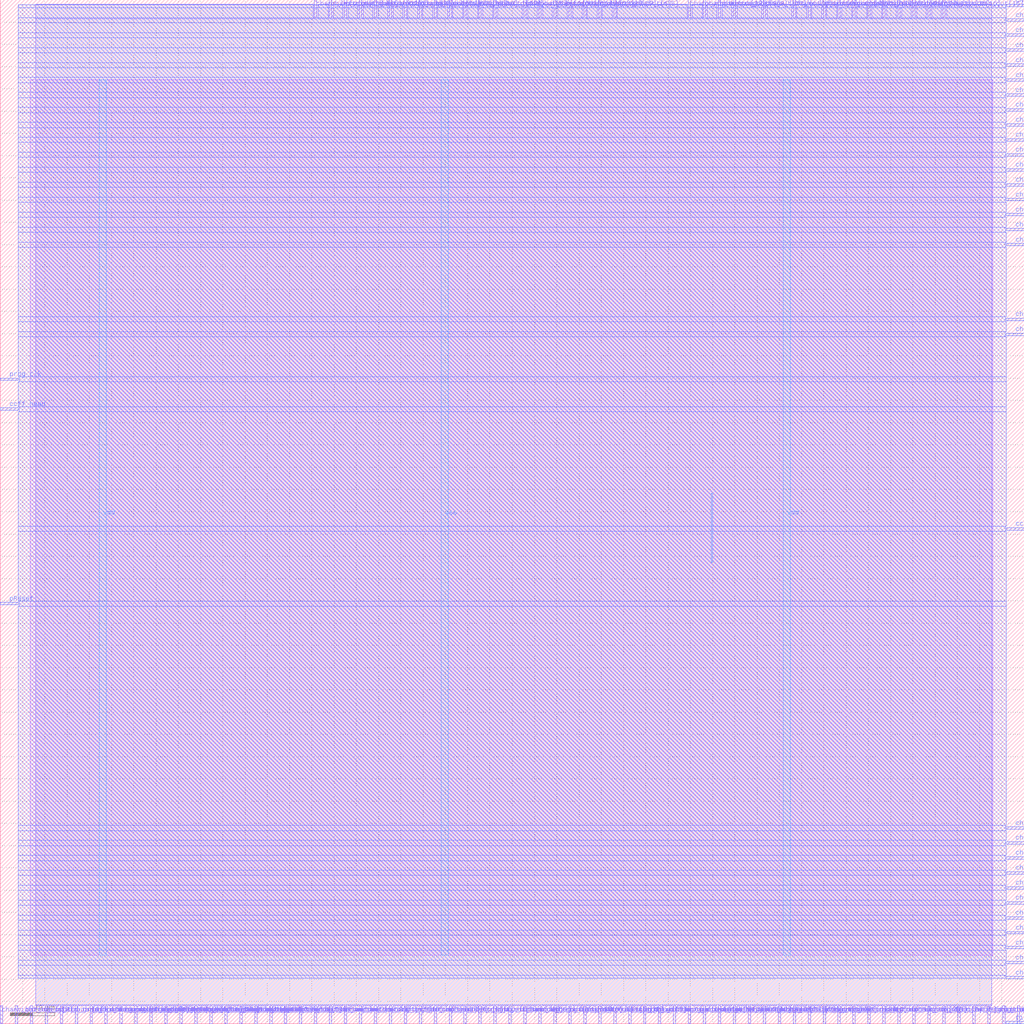
<source format=lef>
VERSION 5.7 ;
  NOWIREEXTENSIONATPIN ON ;
  DIVIDERCHAR "/" ;
  BUSBITCHARS "[]" ;
MACRO sb_1__2_
  CLASS BLOCK ;
  FOREIGN sb_1__2_ ;
  ORIGIN 0.000 0.000 ;
  SIZE 230.000 BY 230.000 ;
  PIN bottom_left_grid_right_width_0_height_0_subtile_0__pin_O_1_
    DIRECTION INPUT ;
    USE SIGNAL ;
    PORT
      LAYER Metal2 ;
        RECT 225.120 0.000 225.680 4.000 ;
    END
  END bottom_left_grid_right_width_0_height_0_subtile_0__pin_O_1_
  PIN bottom_left_grid_right_width_0_height_0_subtile_0__pin_O_5_
    DIRECTION INPUT ;
    USE SIGNAL ;
    PORT
      LAYER Metal2 ;
        RECT 215.040 0.000 215.600 4.000 ;
    END
  END bottom_left_grid_right_width_0_height_0_subtile_0__pin_O_5_
  PIN bottom_right_grid_left_width_0_height_0_subtile_0__pin_O_3_
    DIRECTION INPUT ;
    USE SIGNAL ;
    PORT
      LAYER Metal2 ;
        RECT 16.800 0.000 17.360 4.000 ;
    END
  END bottom_right_grid_left_width_0_height_0_subtile_0__pin_O_3_
  PIN bottom_right_grid_left_width_0_height_0_subtile_0__pin_O_7_
    DIRECTION INPUT ;
    USE SIGNAL ;
    PORT
      LAYER Metal2 ;
        RECT 23.520 0.000 24.080 4.000 ;
    END
  END bottom_right_grid_left_width_0_height_0_subtile_0__pin_O_7_
  PIN ccff_head
    DIRECTION INPUT ;
    USE SIGNAL ;
    ANTENNAGATEAREA 0.741000 ;
    ANTENNADIFFAREA 0.410400 ;
    PORT
      LAYER Metal3 ;
        RECT 0.000 137.760 4.000 138.320 ;
    END
  END ccff_head
  PIN ccff_tail
    DIRECTION OUTPUT TRISTATE ;
    USE SIGNAL ;
    ANTENNADIFFAREA 2.080400 ;
    PORT
      LAYER Metal3 ;
        RECT 226.000 110.880 230.000 111.440 ;
    END
  END ccff_tail
  PIN chanx_left_in[0]
    DIRECTION INPUT ;
    USE SIGNAL ;
    ANTENNAGATEAREA 0.741000 ;
    ANTENNADIFFAREA 0.410400 ;
    PORT
      LAYER Metal3 ;
        RECT 226.000 10.080 230.000 10.640 ;
    END
  END chanx_left_in[0]
  PIN chanx_left_in[10]
    DIRECTION INPUT ;
    USE SIGNAL ;
    ANTENNAGATEAREA 0.741000 ;
    ANTENNADIFFAREA 0.410400 ;
    PORT
      LAYER Metal2 ;
        RECT 70.560 226.000 71.120 230.000 ;
    END
  END chanx_left_in[10]
  PIN chanx_left_in[11]
    DIRECTION INPUT ;
    USE SIGNAL ;
    PORT
      LAYER Metal2 ;
        RECT 26.880 0.000 27.440 4.000 ;
    END
  END chanx_left_in[11]
  PIN chanx_left_in[12]
    DIRECTION INPUT ;
    USE SIGNAL ;
    ANTENNAGATEAREA 0.741000 ;
    ANTENNADIFFAREA 0.410400 ;
    PORT
      LAYER Metal3 ;
        RECT 226.000 13.440 230.000 14.000 ;
    END
  END chanx_left_in[12]
  PIN chanx_left_in[13]
    DIRECTION INPUT ;
    USE SIGNAL ;
    ANTENNAGATEAREA 0.741000 ;
    ANTENNADIFFAREA 0.410400 ;
    PORT
      LAYER Metal2 ;
        RECT 124.320 0.000 124.880 4.000 ;
    END
  END chanx_left_in[13]
  PIN chanx_left_in[14]
    DIRECTION INPUT ;
    USE SIGNAL ;
    ANTENNAGATEAREA 0.741000 ;
    ANTENNADIFFAREA 0.410400 ;
    PORT
      LAYER Metal2 ;
        RECT 188.160 0.000 188.720 4.000 ;
    END
  END chanx_left_in[14]
  PIN chanx_left_in[15]
    DIRECTION INPUT ;
    USE SIGNAL ;
    PORT
      LAYER Metal2 ;
        RECT 63.840 0.000 64.400 4.000 ;
    END
  END chanx_left_in[15]
  PIN chanx_left_in[16]
    DIRECTION INPUT ;
    USE SIGNAL ;
    ANTENNAGATEAREA 0.741000 ;
    ANTENNADIFFAREA 0.410400 ;
    PORT
      LAYER Metal2 ;
        RECT 100.800 226.000 101.360 230.000 ;
    END
  END chanx_left_in[16]
  PIN chanx_left_in[17]
    DIRECTION INPUT ;
    USE SIGNAL ;
    ANTENNAGATEAREA 0.741000 ;
    ANTENNADIFFAREA 0.410400 ;
    PORT
      LAYER Metal2 ;
        RECT 164.640 0.000 165.200 4.000 ;
    END
  END chanx_left_in[17]
  PIN chanx_left_in[18]
    DIRECTION INPUT ;
    USE SIGNAL ;
    ANTENNAGATEAREA 0.741000 ;
    ANTENNADIFFAREA 0.410400 ;
    PORT
      LAYER Metal2 ;
        RECT 154.560 0.000 155.120 4.000 ;
    END
  END chanx_left_in[18]
  PIN chanx_left_in[19]
    DIRECTION INPUT ;
    USE SIGNAL ;
    PORT
      LAYER Metal2 ;
        RECT 84.000 0.000 84.560 4.000 ;
    END
  END chanx_left_in[19]
  PIN chanx_left_in[1]
    DIRECTION INPUT ;
    USE SIGNAL ;
    ANTENNAGATEAREA 0.741000 ;
    ANTENNADIFFAREA 0.410400 ;
    PORT
      LAYER Metal2 ;
        RECT 100.800 0.000 101.360 4.000 ;
    END
  END chanx_left_in[1]
  PIN chanx_left_in[2]
    DIRECTION INPUT ;
    USE SIGNAL ;
    ANTENNAGATEAREA 0.741000 ;
    ANTENNADIFFAREA 0.410400 ;
    PORT
      LAYER Metal2 ;
        RECT 134.400 0.000 134.960 4.000 ;
    END
  END chanx_left_in[2]
  PIN chanx_left_in[3]
    DIRECTION INPUT ;
    USE SIGNAL ;
    ANTENNAGATEAREA 0.741000 ;
    ANTENNADIFFAREA 0.410400 ;
    PORT
      LAYER Metal3 ;
        RECT 226.000 43.680 230.000 44.240 ;
    END
  END chanx_left_in[3]
  PIN chanx_left_in[4]
    DIRECTION INPUT ;
    USE SIGNAL ;
    ANTENNAGATEAREA 0.741000 ;
    ANTENNADIFFAREA 0.410400 ;
    PORT
      LAYER Metal2 ;
        RECT 107.520 226.000 108.080 230.000 ;
    END
  END chanx_left_in[4]
  PIN chanx_left_in[5]
    DIRECTION INPUT ;
    USE SIGNAL ;
    ANTENNAGATEAREA 0.741000 ;
    ANTENNADIFFAREA 0.410400 ;
    PORT
      LAYER Metal2 ;
        RECT 137.760 226.000 138.320 230.000 ;
    END
  END chanx_left_in[5]
  PIN chanx_left_in[6]
    DIRECTION INPUT ;
    USE SIGNAL ;
    ANTENNAGATEAREA 0.741000 ;
    ANTENNADIFFAREA 0.410400 ;
    PORT
      LAYER Metal2 ;
        RECT 174.720 0.000 175.280 4.000 ;
    END
  END chanx_left_in[6]
  PIN chanx_left_in[7]
    DIRECTION INPUT ;
    USE SIGNAL ;
    PORT
      LAYER Metal2 ;
        RECT 151.200 0.000 151.760 4.000 ;
    END
  END chanx_left_in[7]
  PIN chanx_left_in[8]
    DIRECTION INPUT ;
    USE SIGNAL ;
    ANTENNAGATEAREA 0.741000 ;
    ANTENNADIFFAREA 0.410400 ;
    PORT
      LAYER Metal2 ;
        RECT 178.080 226.000 178.640 230.000 ;
    END
  END chanx_left_in[8]
  PIN chanx_left_in[9]
    DIRECTION INPUT ;
    USE SIGNAL ;
    ANTENNAGATEAREA 0.741000 ;
    ANTENNADIFFAREA 0.410400 ;
    PORT
      LAYER Metal2 ;
        RECT 87.360 226.000 87.920 230.000 ;
    END
  END chanx_left_in[9]
  PIN chanx_left_out[0]
    DIRECTION OUTPUT TRISTATE ;
    USE SIGNAL ;
    ANTENNADIFFAREA 0.360800 ;
    PORT
      LAYER Metal3 ;
        RECT 226.000 174.720 230.000 175.280 ;
    END
  END chanx_left_out[0]
  PIN chanx_left_out[10]
    DIRECTION OUTPUT TRISTATE ;
    USE SIGNAL ;
    ANTENNADIFFAREA 2.080400 ;
    PORT
      LAYER Metal2 ;
        RECT 164.640 226.000 165.200 230.000 ;
    END
  END chanx_left_out[10]
  PIN chanx_left_out[11]
    DIRECTION OUTPUT TRISTATE ;
    USE SIGNAL ;
    ANTENNADIFFAREA 2.080400 ;
    PORT
      LAYER Metal2 ;
        RECT 120.960 226.000 121.520 230.000 ;
    END
  END chanx_left_out[11]
  PIN chanx_left_out[12]
    DIRECTION OUTPUT TRISTATE ;
    USE SIGNAL ;
    ANTENNADIFFAREA 0.360800 ;
    PORT
      LAYER Metal2 ;
        RECT 161.280 0.000 161.840 4.000 ;
    END
  END chanx_left_out[12]
  PIN chanx_left_out[13]
    DIRECTION OUTPUT TRISTATE ;
    USE SIGNAL ;
    ANTENNADIFFAREA 2.080400 ;
    PORT
      LAYER Metal2 ;
        RECT 97.440 226.000 98.000 230.000 ;
    END
  END chanx_left_out[13]
  PIN chanx_left_out[14]
    DIRECTION OUTPUT TRISTATE ;
    USE SIGNAL ;
    ANTENNADIFFAREA 2.080400 ;
    PORT
      LAYER Metal2 ;
        RECT 117.600 0.000 118.160 4.000 ;
    END
  END chanx_left_out[14]
  PIN chanx_left_out[15]
    DIRECTION OUTPUT TRISTATE ;
    USE SIGNAL ;
    ANTENNADIFFAREA 1.986000 ;
    PORT
      LAYER Metal3 ;
        RECT 226.000 40.320 230.000 40.880 ;
    END
  END chanx_left_out[15]
  PIN chanx_left_out[16]
    DIRECTION OUTPUT TRISTATE ;
    USE SIGNAL ;
    ANTENNADIFFAREA 0.360800 ;
    PORT
      LAYER Metal2 ;
        RECT 208.320 226.000 208.880 230.000 ;
    END
  END chanx_left_out[16]
  PIN chanx_left_out[17]
    DIRECTION OUTPUT TRISTATE ;
    USE SIGNAL ;
    ANTENNADIFFAREA 2.080400 ;
    PORT
      LAYER Metal2 ;
        RECT 198.240 226.000 198.800 230.000 ;
    END
  END chanx_left_out[17]
  PIN chanx_left_out[18]
    DIRECTION OUTPUT TRISTATE ;
    USE SIGNAL ;
    ANTENNADIFFAREA 2.080400 ;
    PORT
      LAYER Metal2 ;
        RECT 191.520 226.000 192.080 230.000 ;
    END
  END chanx_left_out[18]
  PIN chanx_left_out[19]
    DIRECTION OUTPUT TRISTATE ;
    USE SIGNAL ;
    ANTENNADIFFAREA 2.080400 ;
    PORT
      LAYER Metal2 ;
        RECT 131.040 226.000 131.600 230.000 ;
    END
  END chanx_left_out[19]
  PIN chanx_left_out[1]
    DIRECTION OUTPUT TRISTATE ;
    USE SIGNAL ;
    ANTENNADIFFAREA 2.080400 ;
    PORT
      LAYER Metal2 ;
        RECT 80.640 226.000 81.200 230.000 ;
    END
  END chanx_left_out[1]
  PIN chanx_left_out[2]
    DIRECTION OUTPUT TRISTATE ;
    USE SIGNAL ;
    ANTENNADIFFAREA 2.080400 ;
    PORT
      LAYER Metal3 ;
        RECT 226.000 228.480 230.000 229.040 ;
    END
  END chanx_left_out[2]
  PIN chanx_left_out[3]
    DIRECTION OUTPUT TRISTATE ;
    USE SIGNAL ;
    ANTENNADIFFAREA 2.080400 ;
    PORT
      LAYER Metal2 ;
        RECT 94.080 0.000 94.640 4.000 ;
    END
  END chanx_left_out[3]
  PIN chanx_left_out[4]
    DIRECTION OUTPUT TRISTATE ;
    USE SIGNAL ;
    ANTENNADIFFAREA 0.360800 ;
    PORT
      LAYER Metal2 ;
        RECT 171.360 226.000 171.920 230.000 ;
    END
  END chanx_left_out[4]
  PIN chanx_left_out[5]
    DIRECTION OUTPUT TRISTATE ;
    USE SIGNAL ;
    ANTENNADIFFAREA 1.986000 ;
    PORT
      LAYER Metal3 ;
        RECT 226.000 208.320 230.000 208.880 ;
    END
  END chanx_left_out[5]
  PIN chanx_left_out[6]
    DIRECTION OUTPUT TRISTATE ;
    USE SIGNAL ;
    ANTENNADIFFAREA 2.080400 ;
    PORT
      LAYER Metal2 ;
        RECT 178.080 0.000 178.640 4.000 ;
    END
  END chanx_left_out[6]
  PIN chanx_left_out[7]
    DIRECTION OUTPUT TRISTATE ;
    USE SIGNAL ;
    ANTENNADIFFAREA 1.986000 ;
    PORT
      LAYER Metal3 ;
        RECT 226.000 157.920 230.000 158.480 ;
    END
  END chanx_left_out[7]
  PIN chanx_left_out[8]
    DIRECTION OUTPUT TRISTATE ;
    USE SIGNAL ;
    ANTENNADIFFAREA 0.360800 ;
    PORT
      LAYER Metal3 ;
        RECT 226.000 33.600 230.000 34.160 ;
    END
  END chanx_left_out[8]
  PIN chanx_left_out[9]
    DIRECTION OUTPUT TRISTATE ;
    USE SIGNAL ;
    ANTENNADIFFAREA 2.080400 ;
    PORT
      LAYER Metal2 ;
        RECT 208.320 0.000 208.880 4.000 ;
    END
  END chanx_left_out[9]
  PIN chanx_right_in[0]
    DIRECTION INPUT ;
    USE SIGNAL ;
    ANTENNAGATEAREA 0.741000 ;
    ANTENNADIFFAREA 0.410400 ;
    PORT
      LAYER Metal2 ;
        RECT 73.920 226.000 74.480 230.000 ;
    END
  END chanx_right_in[0]
  PIN chanx_right_in[10]
    DIRECTION INPUT ;
    USE SIGNAL ;
    ANTENNAGATEAREA 0.741000 ;
    ANTENNADIFFAREA 0.410400 ;
    PORT
      LAYER Metal2 ;
        RECT 117.600 226.000 118.160 230.000 ;
    END
  END chanx_right_in[10]
  PIN chanx_right_in[11]
    DIRECTION INPUT ;
    USE SIGNAL ;
    ANTENNAGATEAREA 0.741000 ;
    ANTENNADIFFAREA 0.410400 ;
    PORT
      LAYER Metal2 ;
        RECT 201.600 226.000 202.160 230.000 ;
    END
  END chanx_right_in[11]
  PIN chanx_right_in[12]
    DIRECTION INPUT ;
    USE SIGNAL ;
    ANTENNAGATEAREA 0.741000 ;
    ANTENNADIFFAREA 0.410400 ;
    PORT
      LAYER Metal2 ;
        RECT 94.080 226.000 94.640 230.000 ;
    END
  END chanx_right_in[12]
  PIN chanx_right_in[13]
    DIRECTION INPUT ;
    USE SIGNAL ;
    ANTENNAGATEAREA 0.741000 ;
    ANTENNADIFFAREA 0.410400 ;
    PORT
      LAYER Metal2 ;
        RECT 120.960 0.000 121.520 4.000 ;
    END
  END chanx_right_in[13]
  PIN chanx_right_in[14]
    DIRECTION INPUT ;
    USE SIGNAL ;
    ANTENNAGATEAREA 0.741000 ;
    ANTENNADIFFAREA 0.410400 ;
    PORT
      LAYER Metal3 ;
        RECT 226.000 16.800 230.000 17.360 ;
    END
  END chanx_right_in[14]
  PIN chanx_right_in[15]
    DIRECTION INPUT ;
    USE SIGNAL ;
    ANTENNAGATEAREA 0.741000 ;
    ANTENNADIFFAREA 0.410400 ;
    PORT
      LAYER Metal3 ;
        RECT 226.000 204.960 230.000 205.520 ;
    END
  END chanx_right_in[15]
  PIN chanx_right_in[16]
    DIRECTION INPUT ;
    USE SIGNAL ;
    ANTENNAGATEAREA 0.741000 ;
    ANTENNADIFFAREA 0.410400 ;
    PORT
      LAYER Metal2 ;
        RECT 184.800 226.000 185.360 230.000 ;
    END
  END chanx_right_in[16]
  PIN chanx_right_in[17]
    DIRECTION INPUT ;
    USE SIGNAL ;
    ANTENNAGATEAREA 0.741000 ;
    ANTENNADIFFAREA 0.410400 ;
    PORT
      LAYER Metal2 ;
        RECT 188.160 226.000 188.720 230.000 ;
    END
  END chanx_right_in[17]
  PIN chanx_right_in[18]
    DIRECTION INPUT ;
    USE SIGNAL ;
    ANTENNAGATEAREA 0.741000 ;
    ANTENNADIFFAREA 0.410400 ;
    PORT
      LAYER Metal2 ;
        RECT 127.680 226.000 128.240 230.000 ;
    END
  END chanx_right_in[18]
  PIN chanx_right_in[19]
    DIRECTION INPUT ;
    USE SIGNAL ;
    PORT
      LAYER Metal2 ;
        RECT 30.240 0.000 30.800 4.000 ;
    END
  END chanx_right_in[19]
  PIN chanx_right_in[1]
    DIRECTION INPUT ;
    USE SIGNAL ;
    ANTENNAGATEAREA 0.741000 ;
    ANTENNADIFFAREA 0.410400 ;
    PORT
      LAYER Metal3 ;
        RECT 226.000 221.760 230.000 222.320 ;
    END
  END chanx_right_in[1]
  PIN chanx_right_in[2]
    DIRECTION INPUT ;
    USE SIGNAL ;
    ANTENNAGATEAREA 0.741000 ;
    ANTENNADIFFAREA 0.410400 ;
    PORT
      LAYER Metal2 ;
        RECT 97.440 0.000 98.000 4.000 ;
    END
  END chanx_right_in[2]
  PIN chanx_right_in[3]
    DIRECTION INPUT ;
    USE SIGNAL ;
    ANTENNAGATEAREA 0.741000 ;
    ANTENNADIFFAREA 0.410400 ;
    PORT
      LAYER Metal2 ;
        RECT 204.960 0.000 205.520 4.000 ;
    END
  END chanx_right_in[3]
  PIN chanx_right_in[4]
    DIRECTION INPUT ;
    USE SIGNAL ;
    ANTENNAGATEAREA 0.741000 ;
    ANTENNADIFFAREA 0.410400 ;
    PORT
      LAYER Metal3 ;
        RECT 226.000 211.680 230.000 212.240 ;
    END
  END chanx_right_in[4]
  PIN chanx_right_in[5]
    DIRECTION INPUT ;
    USE SIGNAL ;
    ANTENNAGATEAREA 0.741000 ;
    ANTENNADIFFAREA 0.410400 ;
    PORT
      LAYER Metal2 ;
        RECT 181.440 0.000 182.000 4.000 ;
    END
  END chanx_right_in[5]
  PIN chanx_right_in[6]
    DIRECTION INPUT ;
    USE SIGNAL ;
    ANTENNAGATEAREA 0.741000 ;
    ANTENNADIFFAREA 0.410400 ;
    PORT
      LAYER Metal3 ;
        RECT 226.000 154.560 230.000 155.120 ;
    END
  END chanx_right_in[6]
  PIN chanx_right_in[7]
    DIRECTION INPUT ;
    USE SIGNAL ;
    ANTENNAGATEAREA 0.741000 ;
    ANTENNADIFFAREA 0.410400 ;
    PORT
      LAYER Metal3 ;
        RECT 226.000 215.040 230.000 215.600 ;
    END
  END chanx_right_in[7]
  PIN chanx_right_in[8]
    DIRECTION INPUT ;
    USE SIGNAL ;
    ANTENNAGATEAREA 0.741000 ;
    ANTENNADIFFAREA 0.410400 ;
    PORT
      LAYER Metal2 ;
        RECT 201.600 0.000 202.160 4.000 ;
    END
  END chanx_right_in[8]
  PIN chanx_right_in[9]
    DIRECTION INPUT ;
    USE SIGNAL ;
    ANTENNAGATEAREA 0.741000 ;
    ANTENNADIFFAREA 0.410400 ;
    PORT
      LAYER Metal2 ;
        RECT 161.280 226.000 161.840 230.000 ;
    END
  END chanx_right_in[9]
  PIN chanx_right_out[0]
    DIRECTION OUTPUT TRISTATE ;
    USE SIGNAL ;
    ANTENNADIFFAREA 0.360800 ;
    PORT
      LAYER Metal3 ;
        RECT 226.000 184.800 230.000 185.360 ;
    END
  END chanx_right_out[0]
  PIN chanx_right_out[10]
    DIRECTION OUTPUT TRISTATE ;
    USE SIGNAL ;
    ANTENNADIFFAREA 2.080400 ;
    PORT
      LAYER Metal2 ;
        RECT 90.720 226.000 91.280 230.000 ;
    END
  END chanx_right_out[10]
  PIN chanx_right_out[11]
    DIRECTION OUTPUT TRISTATE ;
    USE SIGNAL ;
    ANTENNADIFFAREA 2.080400 ;
    PORT
      LAYER Metal2 ;
        RECT 77.280 226.000 77.840 230.000 ;
    END
  END chanx_right_out[11]
  PIN chanx_right_out[12]
    DIRECTION OUTPUT TRISTATE ;
    USE SIGNAL ;
    ANTENNADIFFAREA 0.360800 ;
    PORT
      LAYER Metal2 ;
        RECT 154.560 226.000 155.120 230.000 ;
    END
  END chanx_right_out[12]
  PIN chanx_right_out[13]
    DIRECTION OUTPUT TRISTATE ;
    USE SIGNAL ;
    ANTENNADIFFAREA 1.986000 ;
    PORT
      LAYER Metal3 ;
        RECT 226.000 26.880 230.000 27.440 ;
    END
  END chanx_right_out[13]
  PIN chanx_right_out[14]
    DIRECTION OUTPUT TRISTATE ;
    USE SIGNAL ;
    ANTENNADIFFAREA 2.080400 ;
    PORT
      LAYER Metal2 ;
        RECT 127.680 0.000 128.240 4.000 ;
    END
  END chanx_right_out[14]
  PIN chanx_right_out[15]
    DIRECTION OUTPUT TRISTATE ;
    USE SIGNAL ;
    ANTENNADIFFAREA 2.080400 ;
    PORT
      LAYER Metal2 ;
        RECT 191.520 0.000 192.080 4.000 ;
    END
  END chanx_right_out[15]
  PIN chanx_right_out[16]
    DIRECTION OUTPUT TRISTATE ;
    USE SIGNAL ;
    ANTENNADIFFAREA 0.360800 ;
    PORT
      LAYER Metal2 ;
        RECT 204.960 226.000 205.520 230.000 ;
    END
  END chanx_right_out[16]
  PIN chanx_right_out[17]
    DIRECTION OUTPUT TRISTATE ;
    USE SIGNAL ;
    ANTENNADIFFAREA 2.080400 ;
    PORT
      LAYER Metal2 ;
        RECT 104.160 226.000 104.720 230.000 ;
    END
  END chanx_right_out[17]
  PIN chanx_right_out[18]
    DIRECTION OUTPUT TRISTATE ;
    USE SIGNAL ;
    ANTENNADIFFAREA 2.080400 ;
    PORT
      LAYER Metal2 ;
        RECT 168.000 0.000 168.560 4.000 ;
    END
  END chanx_right_out[18]
  PIN chanx_right_out[19]
    DIRECTION OUTPUT TRISTATE ;
    USE SIGNAL ;
    ANTENNADIFFAREA 2.080400 ;
    PORT
      LAYER Metal2 ;
        RECT 157.920 0.000 158.480 4.000 ;
    END
  END chanx_right_out[19]
  PIN chanx_right_out[1]
    DIRECTION OUTPUT TRISTATE ;
    USE SIGNAL ;
    ANTENNADIFFAREA 1.986000 ;
    PORT
      LAYER Metal3 ;
        RECT 226.000 36.960 230.000 37.520 ;
    END
  END chanx_right_out[1]
  PIN chanx_right_out[2]
    DIRECTION OUTPUT TRISTATE ;
    USE SIGNAL ;
    ANTENNADIFFAREA 2.080400 ;
    PORT
      LAYER Metal2 ;
        RECT 104.160 0.000 104.720 4.000 ;
    END
  END chanx_right_out[2]
  PIN chanx_right_out[3]
    DIRECTION OUTPUT TRISTATE ;
    USE SIGNAL ;
    ANTENNADIFFAREA 2.080400 ;
    PORT
      LAYER Metal2 ;
        RECT 137.760 0.000 138.320 4.000 ;
    END
  END chanx_right_out[3]
  PIN chanx_right_out[4]
    DIRECTION OUTPUT TRISTATE ;
    USE SIGNAL ;
    ANTENNADIFFAREA 0.360800 ;
    PORT
      LAYER Metal3 ;
        RECT 226.000 20.160 230.000 20.720 ;
    END
  END chanx_right_out[4]
  PIN chanx_right_out[5]
    DIRECTION OUTPUT TRISTATE ;
    USE SIGNAL ;
    ANTENNADIFFAREA 2.080400 ;
    PORT
      LAYER Metal2 ;
        RECT 110.880 226.000 111.440 230.000 ;
    END
  END chanx_right_out[5]
  PIN chanx_right_out[6]
    DIRECTION OUTPUT TRISTATE ;
    USE SIGNAL ;
    ANTENNADIFFAREA 2.080400 ;
    PORT
      LAYER Metal2 ;
        RECT 134.400 226.000 134.960 230.000 ;
    END
  END chanx_right_out[6]
  PIN chanx_right_out[7]
    DIRECTION OUTPUT TRISTATE ;
    USE SIGNAL ;
    ANTENNADIFFAREA 2.080400 ;
    PORT
      LAYER Metal2 ;
        RECT 171.360 0.000 171.920 4.000 ;
    END
  END chanx_right_out[7]
  PIN chanx_right_out[8]
    DIRECTION OUTPUT TRISTATE ;
    USE SIGNAL ;
    ANTENNADIFFAREA 0.360800 ;
    PORT
      LAYER Metal2 ;
        RECT 184.800 0.000 185.360 4.000 ;
    END
  END chanx_right_out[8]
  PIN chanx_right_out[9]
    DIRECTION OUTPUT TRISTATE ;
    USE SIGNAL ;
    ANTENNADIFFAREA 2.080400 ;
    PORT
      LAYER Metal2 ;
        RECT 194.880 226.000 195.440 230.000 ;
    END
  END chanx_right_out[9]
  PIN chany_bottom_in[0]
    DIRECTION INPUT ;
    USE SIGNAL ;
    PORT
      LAYER Metal2 ;
        RECT 33.600 0.000 34.160 4.000 ;
    END
  END chany_bottom_in[0]
  PIN chany_bottom_in[10]
    DIRECTION INPUT ;
    USE SIGNAL ;
    PORT
      LAYER Metal2 ;
        RECT 47.040 0.000 47.600 4.000 ;
    END
  END chany_bottom_in[10]
  PIN chany_bottom_in[11]
    DIRECTION INPUT ;
    USE SIGNAL ;
    PORT
      LAYER Metal2 ;
        RECT 36.960 0.000 37.520 4.000 ;
    END
  END chany_bottom_in[11]
  PIN chany_bottom_in[12]
    DIRECTION INPUT ;
    USE SIGNAL ;
    PORT
      LAYER Metal2 ;
        RECT 40.320 0.000 40.880 4.000 ;
    END
  END chany_bottom_in[12]
  PIN chany_bottom_in[13]
    DIRECTION INPUT ;
    USE SIGNAL ;
    PORT
      LAYER Metal2 ;
        RECT 43.680 0.000 44.240 4.000 ;
    END
  END chany_bottom_in[13]
  PIN chany_bottom_in[14]
    DIRECTION INPUT ;
    USE SIGNAL ;
    PORT
      LAYER Metal2 ;
        RECT 60.480 0.000 61.040 4.000 ;
    END
  END chany_bottom_in[14]
  PIN chany_bottom_in[15]
    DIRECTION INPUT ;
    USE SIGNAL ;
    PORT
      LAYER Metal2 ;
        RECT 50.400 0.000 50.960 4.000 ;
    END
  END chany_bottom_in[15]
  PIN chany_bottom_in[16]
    DIRECTION INPUT ;
    USE SIGNAL ;
    PORT
      LAYER Metal2 ;
        RECT 53.760 0.000 54.320 4.000 ;
    END
  END chany_bottom_in[16]
  PIN chany_bottom_in[17]
    DIRECTION INPUT ;
    USE SIGNAL ;
    PORT
      LAYER Metal2 ;
        RECT 57.120 0.000 57.680 4.000 ;
    END
  END chany_bottom_in[17]
  PIN chany_bottom_in[18]
    DIRECTION INPUT ;
    USE SIGNAL ;
    PORT
      LAYER Metal2 ;
        RECT 73.920 0.000 74.480 4.000 ;
    END
  END chany_bottom_in[18]
  PIN chany_bottom_in[19]
    DIRECTION INPUT ;
    USE SIGNAL ;
    PORT
      LAYER Metal2 ;
        RECT 110.880 0.000 111.440 4.000 ;
    END
  END chany_bottom_in[19]
  PIN chany_bottom_in[1]
    DIRECTION INPUT ;
    USE SIGNAL ;
    PORT
      LAYER Metal2 ;
        RECT 67.200 0.000 67.760 4.000 ;
    END
  END chany_bottom_in[1]
  PIN chany_bottom_in[2]
    DIRECTION INPUT ;
    USE SIGNAL ;
    PORT
      LAYER Metal2 ;
        RECT 70.560 0.000 71.120 4.000 ;
    END
  END chany_bottom_in[2]
  PIN chany_bottom_in[3]
    DIRECTION INPUT ;
    USE SIGNAL ;
    PORT
      LAYER Metal2 ;
        RECT 87.360 0.000 87.920 4.000 ;
    END
  END chany_bottom_in[3]
  PIN chany_bottom_in[4]
    DIRECTION INPUT ;
    USE SIGNAL ;
    PORT
      LAYER Metal2 ;
        RECT 77.280 0.000 77.840 4.000 ;
    END
  END chany_bottom_in[4]
  PIN chany_bottom_in[5]
    DIRECTION INPUT ;
    USE SIGNAL ;
    PORT
      LAYER Metal2 ;
        RECT 80.640 0.000 81.200 4.000 ;
    END
  END chany_bottom_in[5]
  PIN chany_bottom_in[6]
    DIRECTION INPUT ;
    USE SIGNAL ;
    PORT
      LAYER Metal2 ;
        RECT 228.480 0.000 229.040 4.000 ;
    END
  END chany_bottom_in[6]
  PIN chany_bottom_in[7]
    DIRECTION INPUT ;
    USE SIGNAL ;
    PORT
      LAYER Metal2 ;
        RECT 0.000 0.000 0.560 4.000 ;
    END
  END chany_bottom_in[7]
  PIN chany_bottom_in[8]
    DIRECTION INPUT ;
    USE SIGNAL ;
    PORT
      LAYER Metal2 ;
        RECT 90.720 0.000 91.280 4.000 ;
    END
  END chany_bottom_in[8]
  PIN chany_bottom_in[9]
    DIRECTION INPUT ;
    USE SIGNAL ;
    PORT
      LAYER Metal2 ;
        RECT 6.720 0.000 7.280 4.000 ;
    END
  END chany_bottom_in[9]
  PIN chany_bottom_out[0]
    DIRECTION OUTPUT TRISTATE ;
    USE SIGNAL ;
    ANTENNADIFFAREA 0.360800 ;
    PORT
      LAYER Metal2 ;
        RECT 181.440 226.000 182.000 230.000 ;
    END
  END chany_bottom_out[0]
  PIN chany_bottom_out[10]
    DIRECTION OUTPUT TRISTATE ;
    USE SIGNAL ;
    ANTENNADIFFAREA 0.360800 ;
    PORT
      LAYER Metal2 ;
        RECT 131.040 0.000 131.600 4.000 ;
    END
  END chany_bottom_out[10]
  PIN chany_bottom_out[11]
    DIRECTION OUTPUT TRISTATE ;
    USE SIGNAL ;
    ANTENNADIFFAREA 0.360800 ;
    PORT
      LAYER Metal3 ;
        RECT 226.000 181.440 230.000 182.000 ;
    END
  END chany_bottom_out[11]
  PIN chany_bottom_out[12]
    DIRECTION OUTPUT TRISTATE ;
    USE SIGNAL ;
    ANTENNADIFFAREA 0.360800 ;
    PORT
      LAYER Metal3 ;
        RECT 226.000 188.160 230.000 188.720 ;
    END
  END chany_bottom_out[12]
  PIN chany_bottom_out[13]
    DIRECTION OUTPUT TRISTATE ;
    USE SIGNAL ;
    ANTENNADIFFAREA 0.360800 ;
    PORT
      LAYER Metal2 ;
        RECT 107.520 0.000 108.080 4.000 ;
    END
  END chany_bottom_out[13]
  PIN chany_bottom_out[14]
    DIRECTION OUTPUT TRISTATE ;
    USE SIGNAL ;
    ANTENNADIFFAREA 0.360800 ;
    PORT
      LAYER Metal2 ;
        RECT 124.320 226.000 124.880 230.000 ;
    END
  END chany_bottom_out[14]
  PIN chany_bottom_out[15]
    DIRECTION OUTPUT TRISTATE ;
    USE SIGNAL ;
    ANTENNADIFFAREA 2.080400 ;
    PORT
      LAYER Metal3 ;
        RECT 226.000 225.120 230.000 225.680 ;
    END
  END chany_bottom_out[15]
  PIN chany_bottom_out[16]
    DIRECTION OUTPUT TRISTATE ;
    USE SIGNAL ;
    ANTENNADIFFAREA 2.080400 ;
    PORT
      LAYER Metal2 ;
        RECT 211.680 226.000 212.240 230.000 ;
    END
  END chany_bottom_out[16]
  PIN chany_bottom_out[17]
    DIRECTION OUTPUT TRISTATE ;
    USE SIGNAL ;
    ANTENNADIFFAREA 2.080400 ;
    PORT
      LAYER Metal3 ;
        RECT 226.000 218.400 230.000 218.960 ;
    END
  END chany_bottom_out[17]
  PIN chany_bottom_out[18]
    DIRECTION OUTPUT TRISTATE ;
    USE SIGNAL ;
    ANTENNADIFFAREA 2.080400 ;
    PORT
      LAYER Metal2 ;
        RECT 194.880 0.000 195.440 4.000 ;
    END
  END chany_bottom_out[18]
  PIN chany_bottom_out[19]
    DIRECTION OUTPUT TRISTATE ;
    USE SIGNAL ;
    ANTENNADIFFAREA 1.986000 ;
    PORT
      LAYER Metal3 ;
        RECT 226.000 30.240 230.000 30.800 ;
    END
  END chany_bottom_out[19]
  PIN chany_bottom_out[1]
    DIRECTION OUTPUT TRISTATE ;
    USE SIGNAL ;
    ANTENNADIFFAREA 0.360800 ;
    PORT
      LAYER Metal3 ;
        RECT 226.000 178.080 230.000 178.640 ;
    END
  END chany_bottom_out[1]
  PIN chany_bottom_out[2]
    DIRECTION OUTPUT TRISTATE ;
    USE SIGNAL ;
    ANTENNADIFFAREA 0.360800 ;
    PORT
      LAYER Metal2 ;
        RECT 198.240 0.000 198.800 4.000 ;
    END
  END chany_bottom_out[2]
  PIN chany_bottom_out[3]
    DIRECTION OUTPUT TRISTATE ;
    USE SIGNAL ;
    ANTENNADIFFAREA 0.360800 ;
    PORT
      LAYER Metal3 ;
        RECT 226.000 201.600 230.000 202.160 ;
    END
  END chany_bottom_out[3]
  PIN chany_bottom_out[4]
    DIRECTION OUTPUT TRISTATE ;
    USE SIGNAL ;
    ANTENNADIFFAREA 0.360800 ;
    PORT
      LAYER Metal3 ;
        RECT 226.000 198.240 230.000 198.800 ;
    END
  END chany_bottom_out[4]
  PIN chany_bottom_out[5]
    DIRECTION OUTPUT TRISTATE ;
    USE SIGNAL ;
    ANTENNADIFFAREA 0.360800 ;
    PORT
      LAYER Metal3 ;
        RECT 226.000 194.880 230.000 195.440 ;
    END
  END chany_bottom_out[5]
  PIN chany_bottom_out[6]
    DIRECTION OUTPUT TRISTATE ;
    USE SIGNAL ;
    ANTENNADIFFAREA 0.360800 ;
    PORT
      LAYER Metal3 ;
        RECT 226.000 191.520 230.000 192.080 ;
    END
  END chany_bottom_out[6]
  PIN chany_bottom_out[7]
    DIRECTION OUTPUT TRISTATE ;
    USE SIGNAL ;
    ANTENNADIFFAREA 0.360800 ;
    PORT
      LAYER Metal3 ;
        RECT 226.000 23.520 230.000 24.080 ;
    END
  END chany_bottom_out[7]
  PIN chany_bottom_out[8]
    DIRECTION OUTPUT TRISTATE ;
    USE SIGNAL ;
    ANTENNADIFFAREA 0.360800 ;
    PORT
      LAYER Metal2 ;
        RECT 157.920 226.000 158.480 230.000 ;
    END
  END chany_bottom_out[8]
  PIN chany_bottom_out[9]
    DIRECTION OUTPUT TRISTATE ;
    USE SIGNAL ;
    ANTENNADIFFAREA 0.360800 ;
    PORT
      LAYER Metal2 ;
        RECT 84.000 226.000 84.560 230.000 ;
    END
  END chany_bottom_out[9]
  PIN left_bottom_grid_top_width_0_height_0_subtile_0__pin_O_0_
    DIRECTION INPUT ;
    USE SIGNAL ;
    PORT
      LAYER Metal2 ;
        RECT 20.160 0.000 20.720 4.000 ;
    END
  END left_bottom_grid_top_width_0_height_0_subtile_0__pin_O_0_
  PIN left_bottom_grid_top_width_0_height_0_subtile_0__pin_O_4_
    DIRECTION INPUT ;
    USE SIGNAL ;
    PORT
      LAYER Metal2 ;
        RECT 114.240 0.000 114.800 4.000 ;
    END
  END left_bottom_grid_top_width_0_height_0_subtile_0__pin_O_4_
  PIN left_top_grid_bottom_width_0_height_0_subtile_0__pin_inpad_0_
    DIRECTION INPUT ;
    USE SIGNAL ;
    PORT
      LAYER Metal2 ;
        RECT 218.400 0.000 218.960 4.000 ;
    END
  END left_top_grid_bottom_width_0_height_0_subtile_0__pin_inpad_0_
  PIN left_top_grid_bottom_width_0_height_0_subtile_1__pin_inpad_0_
    DIRECTION INPUT ;
    USE SIGNAL ;
    PORT
      LAYER Metal2 ;
        RECT 10.080 0.000 10.640 4.000 ;
    END
  END left_top_grid_bottom_width_0_height_0_subtile_1__pin_inpad_0_
  PIN left_top_grid_bottom_width_0_height_0_subtile_2__pin_inpad_0_
    DIRECTION INPUT ;
    USE SIGNAL ;
    PORT
      LAYER Metal2 ;
        RECT 13.440 0.000 14.000 4.000 ;
    END
  END left_top_grid_bottom_width_0_height_0_subtile_2__pin_inpad_0_
  PIN left_top_grid_bottom_width_0_height_0_subtile_3__pin_inpad_0_
    DIRECTION INPUT ;
    USE SIGNAL ;
    PORT
      LAYER Metal2 ;
        RECT 141.120 0.000 141.680 4.000 ;
    END
  END left_top_grid_bottom_width_0_height_0_subtile_3__pin_inpad_0_
  PIN pReset
    DIRECTION INPUT ;
    USE SIGNAL ;
    ANTENNAGATEAREA 0.498500 ;
    ANTENNADIFFAREA 0.410400 ;
    PORT
      LAYER Metal3 ;
        RECT 0.000 94.080 4.000 94.640 ;
    END
  END pReset
  PIN prog_clk
    DIRECTION INPUT ;
    USE SIGNAL ;
    ANTENNAGATEAREA 4.738000 ;
    ANTENNADIFFAREA 0.410400 ;
    PORT
      LAYER Metal3 ;
        RECT 0.000 144.480 4.000 145.040 ;
    END
  END prog_clk
  PIN right_bottom_grid_top_width_0_height_0_subtile_0__pin_O_0_
    DIRECTION INPUT ;
    USE SIGNAL ;
    PORT
      LAYER Metal2 ;
        RECT 144.480 0.000 145.040 4.000 ;
    END
  END right_bottom_grid_top_width_0_height_0_subtile_0__pin_O_0_
  PIN right_bottom_grid_top_width_0_height_0_subtile_0__pin_O_4_
    DIRECTION INPUT ;
    USE SIGNAL ;
    PORT
      LAYER Metal2 ;
        RECT 211.680 0.000 212.240 4.000 ;
    END
  END right_bottom_grid_top_width_0_height_0_subtile_0__pin_O_4_
  PIN right_top_grid_bottom_width_0_height_0_subtile_0__pin_inpad_0_
    DIRECTION INPUT ;
    USE SIGNAL ;
    PORT
      LAYER Metal2 ;
        RECT 3.360 0.000 3.920 4.000 ;
    END
  END right_top_grid_bottom_width_0_height_0_subtile_0__pin_inpad_0_
  PIN right_top_grid_bottom_width_0_height_0_subtile_1__pin_inpad_0_
    DIRECTION INPUT ;
    USE SIGNAL ;
    PORT
      LAYER Metal2 ;
        RECT 147.840 0.000 148.400 4.000 ;
    END
  END right_top_grid_bottom_width_0_height_0_subtile_1__pin_inpad_0_
  PIN right_top_grid_bottom_width_0_height_0_subtile_2__pin_inpad_0_
    DIRECTION INPUT ;
    USE SIGNAL ;
    PORT
      LAYER Metal2 ;
        RECT 221.760 0.000 222.320 4.000 ;
    END
  END right_top_grid_bottom_width_0_height_0_subtile_2__pin_inpad_0_
  PIN right_top_grid_bottom_width_0_height_0_subtile_3__pin_inpad_0_
    DIRECTION INPUT ;
    USE SIGNAL ;
    PORT
      LAYER Metal3 ;
        RECT 226.000 0.000 230.000 0.560 ;
    END
  END right_top_grid_bottom_width_0_height_0_subtile_3__pin_inpad_0_
  PIN vdd
    DIRECTION INOUT ;
    USE POWER ;
    PORT
      LAYER Metal4 ;
        RECT 22.240 15.380 23.840 211.980 ;
    END
    PORT
      LAYER Metal4 ;
        RECT 175.840 15.380 177.440 211.980 ;
    END
  END vdd
  PIN vss
    DIRECTION INOUT ;
    USE GROUND ;
    PORT
      LAYER Metal4 ;
        RECT 99.040 15.380 100.640 211.980 ;
    END
  END vss
  OBS
      LAYER Metal1 ;
        RECT 6.720 15.380 222.880 211.980 ;
      LAYER Metal2 ;
        RECT 7.980 225.700 70.260 228.950 ;
        RECT 71.420 225.700 73.620 228.950 ;
        RECT 74.780 225.700 76.980 228.950 ;
        RECT 78.140 225.700 80.340 228.950 ;
        RECT 81.500 225.700 83.700 228.950 ;
        RECT 84.860 225.700 87.060 228.950 ;
        RECT 88.220 225.700 90.420 228.950 ;
        RECT 91.580 225.700 93.780 228.950 ;
        RECT 94.940 225.700 97.140 228.950 ;
        RECT 98.300 225.700 100.500 228.950 ;
        RECT 101.660 225.700 103.860 228.950 ;
        RECT 105.020 225.700 107.220 228.950 ;
        RECT 108.380 225.700 110.580 228.950 ;
        RECT 111.740 225.700 117.300 228.950 ;
        RECT 118.460 225.700 120.660 228.950 ;
        RECT 121.820 225.700 124.020 228.950 ;
        RECT 125.180 225.700 127.380 228.950 ;
        RECT 128.540 225.700 130.740 228.950 ;
        RECT 131.900 225.700 134.100 228.950 ;
        RECT 135.260 225.700 137.460 228.950 ;
        RECT 138.620 225.700 154.260 228.950 ;
        RECT 155.420 225.700 157.620 228.950 ;
        RECT 158.780 225.700 160.980 228.950 ;
        RECT 162.140 225.700 164.340 228.950 ;
        RECT 165.500 225.700 171.060 228.950 ;
        RECT 172.220 225.700 177.780 228.950 ;
        RECT 178.940 225.700 181.140 228.950 ;
        RECT 182.300 225.700 184.500 228.950 ;
        RECT 185.660 225.700 187.860 228.950 ;
        RECT 189.020 225.700 191.220 228.950 ;
        RECT 192.380 225.700 194.580 228.950 ;
        RECT 195.740 225.700 197.940 228.950 ;
        RECT 199.100 225.700 201.300 228.950 ;
        RECT 202.460 225.700 204.660 228.950 ;
        RECT 205.820 225.700 208.020 228.950 ;
        RECT 209.180 225.700 211.380 228.950 ;
        RECT 212.540 225.700 222.740 228.950 ;
        RECT 7.980 4.300 222.740 225.700 ;
        RECT 7.980 4.000 9.780 4.300 ;
        RECT 10.940 4.000 13.140 4.300 ;
        RECT 14.300 4.000 16.500 4.300 ;
        RECT 17.660 4.000 19.860 4.300 ;
        RECT 21.020 4.000 23.220 4.300 ;
        RECT 24.380 4.000 26.580 4.300 ;
        RECT 27.740 4.000 29.940 4.300 ;
        RECT 31.100 4.000 33.300 4.300 ;
        RECT 34.460 4.000 36.660 4.300 ;
        RECT 37.820 4.000 40.020 4.300 ;
        RECT 41.180 4.000 43.380 4.300 ;
        RECT 44.540 4.000 46.740 4.300 ;
        RECT 47.900 4.000 50.100 4.300 ;
        RECT 51.260 4.000 53.460 4.300 ;
        RECT 54.620 4.000 56.820 4.300 ;
        RECT 57.980 4.000 60.180 4.300 ;
        RECT 61.340 4.000 63.540 4.300 ;
        RECT 64.700 4.000 66.900 4.300 ;
        RECT 68.060 4.000 70.260 4.300 ;
        RECT 71.420 4.000 73.620 4.300 ;
        RECT 74.780 4.000 76.980 4.300 ;
        RECT 78.140 4.000 80.340 4.300 ;
        RECT 81.500 4.000 83.700 4.300 ;
        RECT 84.860 4.000 87.060 4.300 ;
        RECT 88.220 4.000 90.420 4.300 ;
        RECT 91.580 4.000 93.780 4.300 ;
        RECT 94.940 4.000 97.140 4.300 ;
        RECT 98.300 4.000 100.500 4.300 ;
        RECT 101.660 4.000 103.860 4.300 ;
        RECT 105.020 4.000 107.220 4.300 ;
        RECT 108.380 4.000 110.580 4.300 ;
        RECT 111.740 4.000 113.940 4.300 ;
        RECT 115.100 4.000 117.300 4.300 ;
        RECT 118.460 4.000 120.660 4.300 ;
        RECT 121.820 4.000 124.020 4.300 ;
        RECT 125.180 4.000 127.380 4.300 ;
        RECT 128.540 4.000 130.740 4.300 ;
        RECT 131.900 4.000 134.100 4.300 ;
        RECT 135.260 4.000 137.460 4.300 ;
        RECT 138.620 4.000 140.820 4.300 ;
        RECT 141.980 4.000 144.180 4.300 ;
        RECT 145.340 4.000 147.540 4.300 ;
        RECT 148.700 4.000 150.900 4.300 ;
        RECT 152.060 4.000 154.260 4.300 ;
        RECT 155.420 4.000 157.620 4.300 ;
        RECT 158.780 4.000 160.980 4.300 ;
        RECT 162.140 4.000 164.340 4.300 ;
        RECT 165.500 4.000 167.700 4.300 ;
        RECT 168.860 4.000 171.060 4.300 ;
        RECT 172.220 4.000 174.420 4.300 ;
        RECT 175.580 4.000 177.780 4.300 ;
        RECT 178.940 4.000 181.140 4.300 ;
        RECT 182.300 4.000 184.500 4.300 ;
        RECT 185.660 4.000 187.860 4.300 ;
        RECT 189.020 4.000 191.220 4.300 ;
        RECT 192.380 4.000 194.580 4.300 ;
        RECT 195.740 4.000 197.940 4.300 ;
        RECT 199.100 4.000 201.300 4.300 ;
        RECT 202.460 4.000 204.660 4.300 ;
        RECT 205.820 4.000 208.020 4.300 ;
        RECT 209.180 4.000 211.380 4.300 ;
        RECT 212.540 4.000 214.740 4.300 ;
        RECT 215.900 4.000 218.100 4.300 ;
        RECT 219.260 4.000 221.460 4.300 ;
        RECT 222.620 4.000 222.740 4.300 ;
      LAYER Metal3 ;
        RECT 4.000 228.180 225.700 228.900 ;
        RECT 4.000 225.980 226.000 228.180 ;
        RECT 4.000 224.820 225.700 225.980 ;
        RECT 4.000 222.620 226.000 224.820 ;
        RECT 4.000 221.460 225.700 222.620 ;
        RECT 4.000 219.260 226.000 221.460 ;
        RECT 4.000 218.100 225.700 219.260 ;
        RECT 4.000 215.900 226.000 218.100 ;
        RECT 4.000 214.740 225.700 215.900 ;
        RECT 4.000 212.540 226.000 214.740 ;
        RECT 4.000 211.380 225.700 212.540 ;
        RECT 4.000 209.180 226.000 211.380 ;
        RECT 4.000 208.020 225.700 209.180 ;
        RECT 4.000 205.820 226.000 208.020 ;
        RECT 4.000 204.660 225.700 205.820 ;
        RECT 4.000 202.460 226.000 204.660 ;
        RECT 4.000 201.300 225.700 202.460 ;
        RECT 4.000 199.100 226.000 201.300 ;
        RECT 4.000 197.940 225.700 199.100 ;
        RECT 4.000 195.740 226.000 197.940 ;
        RECT 4.000 194.580 225.700 195.740 ;
        RECT 4.000 192.380 226.000 194.580 ;
        RECT 4.000 191.220 225.700 192.380 ;
        RECT 4.000 189.020 226.000 191.220 ;
        RECT 4.000 187.860 225.700 189.020 ;
        RECT 4.000 185.660 226.000 187.860 ;
        RECT 4.000 184.500 225.700 185.660 ;
        RECT 4.000 182.300 226.000 184.500 ;
        RECT 4.000 181.140 225.700 182.300 ;
        RECT 4.000 178.940 226.000 181.140 ;
        RECT 4.000 177.780 225.700 178.940 ;
        RECT 4.000 175.580 226.000 177.780 ;
        RECT 4.000 174.420 225.700 175.580 ;
        RECT 4.000 158.780 226.000 174.420 ;
        RECT 4.000 157.620 225.700 158.780 ;
        RECT 4.000 155.420 226.000 157.620 ;
        RECT 4.000 154.260 225.700 155.420 ;
        RECT 4.000 145.340 226.000 154.260 ;
        RECT 4.300 144.180 226.000 145.340 ;
        RECT 4.000 138.620 226.000 144.180 ;
        RECT 4.300 137.460 226.000 138.620 ;
        RECT 4.000 111.740 226.000 137.460 ;
        RECT 4.000 110.580 225.700 111.740 ;
        RECT 4.000 94.940 226.000 110.580 ;
        RECT 4.300 93.780 226.000 94.940 ;
        RECT 4.000 44.540 226.000 93.780 ;
        RECT 4.000 43.380 225.700 44.540 ;
        RECT 4.000 41.180 226.000 43.380 ;
        RECT 4.000 40.020 225.700 41.180 ;
        RECT 4.000 37.820 226.000 40.020 ;
        RECT 4.000 36.660 225.700 37.820 ;
        RECT 4.000 34.460 226.000 36.660 ;
        RECT 4.000 33.300 225.700 34.460 ;
        RECT 4.000 31.100 226.000 33.300 ;
        RECT 4.000 29.940 225.700 31.100 ;
        RECT 4.000 27.740 226.000 29.940 ;
        RECT 4.000 26.580 225.700 27.740 ;
        RECT 4.000 24.380 226.000 26.580 ;
        RECT 4.000 23.220 225.700 24.380 ;
        RECT 4.000 21.020 226.000 23.220 ;
        RECT 4.000 19.860 225.700 21.020 ;
        RECT 4.000 17.660 226.000 19.860 ;
        RECT 4.000 16.500 225.700 17.660 ;
        RECT 4.000 14.300 226.000 16.500 ;
        RECT 4.000 13.140 225.700 14.300 ;
        RECT 4.000 10.940 226.000 13.140 ;
        RECT 4.000 10.220 225.700 10.940 ;
      LAYER Metal4 ;
        RECT 159.740 103.690 160.020 119.190 ;
  END
END sb_1__2_
END LIBRARY


</source>
